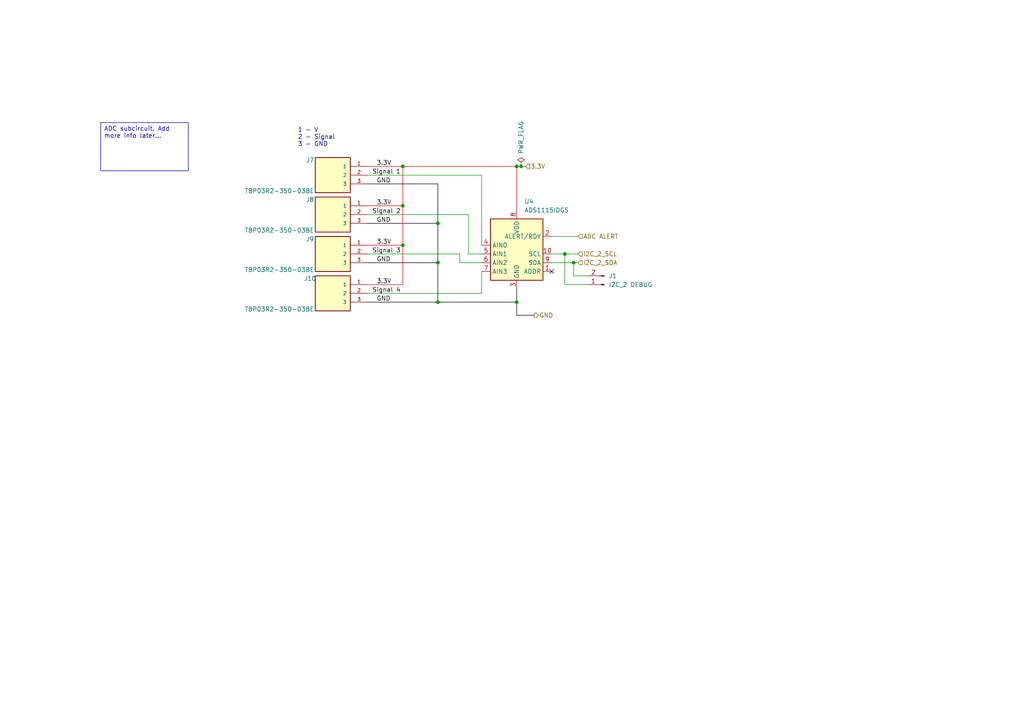
<source format=kicad_sch>
(kicad_sch (version 20231120) (generator "eeschema") (generator_version "8.0")
  (paper "A4")
  (lib_symbols
    (symbol "Analog_ADC:ADS1115IDGS"
      (property "Reference" "U" (at 2.54 13.97 0))
      (property "Value" "ADS1115IDGS" (at 7.62 11.43 0))
      (symbol "ADS1115IDGS_0_1"
        (rectangle (start -7.62 10.16) (end 7.62 -7.62) (stroke (width 0.254)) (fill (type background)))
      )
      (symbol "ADS1115IDGS_1_1"
        (pin input line (at 10.16 -5.08 180) (length 2.54) (name "ADDR") (number "1"))
        (pin input line (at 10.16 0 180) (length 2.54) (name "SCL") (number "10"))
        (pin output line (at 10.16 5.08 180) (length 2.54) (name "ALERT/RDY") (number "2"))
        (pin power_in line (at 0 -10.16 90) (length 2.54) (name "GND") (number "3"))
        (pin input line (at -10.16 2.54 0) (length 2.54) (name "AIN0") (number "4"))
        (pin input line (at -10.16 0 0) (length 2.54) (name "AIN1") (number "5"))
        (pin input line (at -10.16 -2.54 0) (length 2.54) (name "AIN2") (number "6"))
        (pin input line (at -10.16 -5.08 0) (length 2.54) (name "AIN3") (number "7"))
        (pin power_in line (at 0 12.7 270) (length 2.54) (name "VDD") (number "8"))
        (pin bidirectional line (at 10.16 -2.54 180) (length 2.54) (name "SDA") (number "9"))
      )
    )
    (symbol "Connector:Conn_01x02_Pin" (pin_names (offset 1.016) hide)
      (property "Reference" "J" (at 0 2.54 0))
      (property "Value" "Conn_01x02_Pin" (at 0 -5.08 0))
      (symbol "Conn_01x02_Pin_1_1"
        (polyline (pts (xy 1.27 -2.54) (xy 0.8636 -2.54)) (stroke (width 0.1524)))
        (polyline (pts (xy 1.27 0) (xy 0.8636 0)) (stroke (width 0.1524)))
        (rectangle (start 0.8636 -2.413) (end 0 -2.667) (stroke (width 0.1524)) (fill (type outline)))
        (rectangle (start 0.8636 0.127) (end 0 -0.127) (stroke (width 0.1524)) (fill (type outline)))
        (pin passive line (at 5.08 0 180) (length 3.81) (name "Pin_1") (number "1"))
        (pin passive line (at 5.08 -2.54 180) (length 3.81) (name "Pin_2") (number "2"))
      )
    )
    (symbol "TBP03R2-350-03BE:TBP03R2-350-03BE" (pin_names (offset 1.016))
      (property "Reference" "J" (at -5.08 7.62 0))
      (property "Value" "TBP03R2-350-03BE" (at -5.08 -7.62 0))
      (symbol "TBP03R2-350-03BE_0_0"
        (rectangle (start -5.08 -5.08) (end 5.08 5.08) (stroke (width 0.254)) (fill (type background)))
        (pin passive line (at -10.16 2.54 0) (length 5.08) (name "1") (number "1"))
        (pin passive line (at -10.16 0 0) (length 5.08) (name "2") (number "2"))
        (pin passive line (at -10.16 -2.54 0) (length 5.08) (name "3") (number "3"))
      )
    )
    (symbol "power:PWR_FLAG" (power) (pin_numbers hide) (pin_names (offset 0) hide)
      (property "Value" "PWR_FLAG" (at 0 3.81 0))
      (symbol "PWR_FLAG_0_0"
        (pin power_out line (at 0 0 90) (length 0) (name "~") (number "1"))
      )
      (symbol "PWR_FLAG_0_1"
        (polyline (pts (xy 0 0) (xy 0 1.27) (xy -1.016 1.905) (xy 0 2.54) (xy 1.016 1.905) (xy 0 1.27)))
      )
    )
  )
  (junction (at 116.84 71.12))
  (junction (at 149.86 87.63))
  (junction (at 149.86 48.26))
  (junction (at 116.84 59.69))
  (junction (at 151.13 48.26))
  (junction (at 166.37 76.2))
  (junction (at 127 64.77))
  (junction (at 127 87.63))
  (junction (at 127 76.2))
  (junction (at 163.83 73.66))
  (junction (at 116.84 48.26))
  (no_connect (at 160.02 78.74))
  (wire (pts (xy 116.84 48.26) (xy 149.86 48.26)) (stroke (width 0) (color 255 0 0 1)))
  (wire (pts (xy 160.02 68.58) (xy 167.64 68.58)))
  (wire (pts (xy 139.7 85.09) (xy 139.7 78.74)))
  (wire (pts (xy 106.68 53.34) (xy 127 53.34)) (stroke (width 0) (color 1 0 0 1)))
  (wire (pts (xy 166.37 76.2) (xy 167.64 76.2)))
  (wire (pts (xy 163.83 73.66) (xy 167.64 73.66)))
  (wire (pts (xy 149.86 87.63) (xy 149.86 91.44)) (stroke (width 0) (color 1 0 0 1)))
  (wire (pts (xy 160.02 73.66) (xy 163.83 73.66)))
  (wire (pts (xy 135.89 62.23) (xy 106.68 62.23)))
  (wire (pts (xy 106.68 71.12) (xy 116.84 71.12)) (stroke (width 0) (color 255 0 0 1)))
  (wire (pts (xy 106.68 48.26) (xy 116.84 48.26)) (stroke (width 0) (color 255 0 0 1)))
  (wire (pts (xy 106.68 82.55) (xy 116.84 82.55)) (stroke (width 0) (color 255 0 0 1)))
  (wire (pts (xy 116.84 71.12) (xy 116.84 82.55)) (stroke (width 0) (color 255 0 0 1)))
  (wire (pts (xy 127 53.34) (xy 127 64.77)) (stroke (width 0) (color 1 0 0 1)))
  (wire (pts (xy 127 64.77) (xy 127 76.2)) (stroke (width 0) (color 1 0 0 1)))
  (wire (pts (xy 116.84 59.69) (xy 116.84 71.12)) (stroke (width 0) (color 255 0 0 1)))
  (wire (pts (xy 106.68 50.8) (xy 139.7 50.8)))
  (wire (pts (xy 149.86 48.26) (xy 151.13 48.26)) (stroke (width 0) (color 255 0 0 1)))
  (wire (pts (xy 106.68 76.2) (xy 127 76.2)) (stroke (width 0) (color 1 0 0 1)))
  (wire (pts (xy 139.7 73.66) (xy 135.89 73.66)))
  (wire (pts (xy 166.37 80.01) (xy 170.18 80.01)))
  (wire (pts (xy 160.02 76.2) (xy 166.37 76.2)))
  (wire (pts (xy 106.68 64.77) (xy 127 64.77)) (stroke (width 0) (color 1 0 0 1)))
  (wire (pts (xy 163.83 82.55) (xy 170.18 82.55)))
  (wire (pts (xy 127 87.63) (xy 149.86 87.63)) (stroke (width 0) (color 1 0 0 1)))
  (wire (pts (xy 106.68 85.09) (xy 139.7 85.09)))
  (wire (pts (xy 106.68 87.63) (xy 127 87.63)) (stroke (width 0) (color 1 0 0 1)))
  (wire (pts (xy 151.13 48.26) (xy 152.4 48.26)) (stroke (width 0) (color 255 0 0 1)))
  (wire (pts (xy 135.89 73.66) (xy 135.89 62.23)))
  (wire (pts (xy 149.86 91.44) (xy 154.94 91.44)) (stroke (width 0) (color 1 0 0 1)))
  (wire (pts (xy 116.84 48.26) (xy 116.84 59.69)) (stroke (width 0) (color 255 0 0 1)))
  (wire (pts (xy 149.86 83.82) (xy 149.86 87.63)) (stroke (width 0) (color 1 0 0 1)))
  (wire (pts (xy 133.35 73.66) (xy 133.35 76.2)))
  (wire (pts (xy 163.83 73.66) (xy 163.83 82.55)))
  (wire (pts (xy 106.68 73.66) (xy 133.35 73.66)))
  (wire (pts (xy 133.35 76.2) (xy 139.7 76.2)))
  (wire (pts (xy 139.7 50.8) (xy 139.7 71.12)))
  (wire (pts (xy 149.86 48.26) (xy 149.86 60.96)) (stroke (width 0) (color 255 0 0 1)))
  (wire (pts (xy 166.37 76.2) (xy 166.37 80.01)))
  (wire (pts (xy 106.68 59.69) (xy 116.84 59.69)) (stroke (width 0) (color 255 0 0 1)))
  (wire (pts (xy 127 76.2) (xy 127 87.63)) (stroke (width 0) (color 1 0 0 1)))
  (text_box "ADC subcircuit. Add more info later...\n" (at 29.21 35.56 0) (size 25.4 13.97) (effects (font (size 1.27 1.27)) (justify left top)))
  (text "1 - V\n2 - Signal\n3 - GND" (at 86.36 39.878 0) (effects (font (size 1.27 1.27)) (justify left)))
  (label "Signal 4" (at 107.95 85.09 0))
  (label "3.3V" (at 109.22 71.12 0))
  (label "Signal 2" (at 107.95 62.23 0))
  (label "GND" (at 109.22 76.2 0))
  (label "Signal 3" (at 107.95 73.66 0))
  (label "GND" (at 109.22 53.34 0))
  (label "3.3V" (at 109.22 48.26 0))
  (label "GND" (at 109.22 87.63 0))
  (label "3.3V" (at 109.22 82.55 0))
  (label "Signal 1" (at 107.95 50.8 0))
  (label "3.3V" (at 109.22 59.69 0))
  (label "GND" (at 109.22 64.77 0))
  (hierarchical_label "3.3V" (shape input) (at 152.4 48.26 0))
  (hierarchical_label "I2C_2_SCL" (shape input) (at 167.64 73.66 0))
  (hierarchical_label "ADC ALERT" (shape input) (at 167.64 68.58 0))
  (hierarchical_label "I2C_2_SDA" (shape input) (at 167.64 76.2 0))
  (hierarchical_label "GND" (shape output) (at 154.94 91.44 0))
  (symbol (lib_id "TBP03R2-350-03BE:TBP03R2-350-03BE") (at 96.52 73.66 0) (mirror y) (unit 1)
    (property "Reference" "J9" (at 89.916 69.342 0))
    (property "Value" "TBP03R2-350-03BE" (at 81.026 78.232 0))
    (property "Footprint" "TBP03R2_350_03BE(1):CUI_TBP03R2-350-03BE" (effects (hide yes)))
    (property "PARTREV" "1.0" (effects (hide yes)))
    (property "STANDARD" "Manufacturer Recommendations" (effects (hide yes)))
    (property "MAXIMUM_PACKAGE_HEIGHT" "9.50mm" (effects (hide yes)))
    (property "MANUFACTURER" "CUI Devices" (effects (hide yes)))
  )
  (symbol (lib_id "TBP03R2-350-03BE:TBP03R2-350-03BE") (at 96.52 50.8 0) (mirror y) (unit 1)
    (property "Reference" "J7" (at 89.916 46.482 0))
    (property "Value" "TBP03R2-350-03BE" (at 81.026 55.372 0))
    (property "Footprint" "TBP03R2_350_03BE(1):CUI_TBP03R2-350-03BE" (effects (hide yes)))
    (property "PARTREV" "1.0" (effects (hide yes)))
    (property "STANDARD" "Manufacturer Recommendations" (effects (hide yes)))
    (property "MAXIMUM_PACKAGE_HEIGHT" "9.50mm" (effects (hide yes)))
    (property "MANUFACTURER" "CUI Devices" (effects (hide yes)))
  )
  (symbol (lib_id "TBP03R2-350-03BE:TBP03R2-350-03BE") (at 96.52 62.23 0) (mirror y) (unit 1)
    (property "Reference" "J8" (at 89.916 57.912 0))
    (property "Value" "TBP03R2-350-03BE" (at 81.026 66.802 0))
    (property "Footprint" "TBP03R2_350_03BE(1):CUI_TBP03R2-350-03BE" (effects (hide yes)))
    (property "PARTREV" "1.0" (effects (hide yes)))
    (property "STANDARD" "Manufacturer Recommendations" (effects (hide yes)))
    (property "MAXIMUM_PACKAGE_HEIGHT" "9.50mm" (effects (hide yes)))
    (property "MANUFACTURER" "CUI Devices" (effects (hide yes)))
  )
  (symbol (lib_id "power:PWR_FLAG") (at 151.13 48.26 0) (unit 1)
    (property "Reference" "#FLG05" (effects (hide yes)))
    (property "Value" "PWR_FLAG" (at 151.13 39.878 90))
    (property "Description" "Special symbol for telling ERC where power comes from" (effects (hide yes)))
  )
  (symbol (lib_id "Analog_ADC:ADS1115IDGS") (at 149.86 73.66 0) (unit 1)
    (property "Reference" "U4" (at 152.0541 58.42 0) (effects (justify left)))
    (property "Value" "ADS1115IDGS" (at 152.0541 60.96 0) (effects (justify left)))
    (property "Footprint" "Package_SO:TSSOP-10_3x3mm_P0.5mm" (effects (hide yes)))
    (property "Datasheet" "http://www.ti.com/lit/ds/symlink/ads1113.pdf" (effects (hide yes)))
    (property "Description" "Ultra-Small, Low-Power, I2C-Compatible, 860-SPS, 16-Bit ADCs With Internal Reference, Oscillator, and Programmable Comparator, VSSOP-10" (effects (hide yes)))
  )
  (symbol (lib_id "TBP03R2-350-03BE:TBP03R2-350-03BE") (at 96.52 85.09 0) (mirror y) (unit 1)
    (property "Reference" "J10" (at 89.916 80.772 0))
    (property "Value" "TBP03R2-350-03BE" (at 81.026 89.662 0))
    (property "Footprint" "TBP03R2_350_03BE(1):CUI_TBP03R2-350-03BE" (effects (hide yes)))
    (property "PARTREV" "1.0" (effects (hide yes)))
    (property "STANDARD" "Manufacturer Recommendations" (effects (hide yes)))
    (property "MAXIMUM_PACKAGE_HEIGHT" "9.50mm" (effects (hide yes)))
    (property "MANUFACTURER" "CUI Devices" (effects (hide yes)))
  )
  (symbol (lib_id "Connector:Conn_01x02_Pin") (at 175.26 82.55 180) (unit 1)
    (property "Reference" "J1" (at 176.53 80.0099 0) (effects (justify right)))
    (property "Value" "I2C_2 DEBUG" (at 176.53 82.5499 0) (effects (justify right)))
    (property "Footprint" "Connector_PinSocket_2.54mm:PinSocket_1x02_P2.54mm_Vertical" (effects (hide yes)))
    (property "Description" "Generic connector, single row, 01x02, script generated" (effects (hide yes)))
  )
)
</source>
